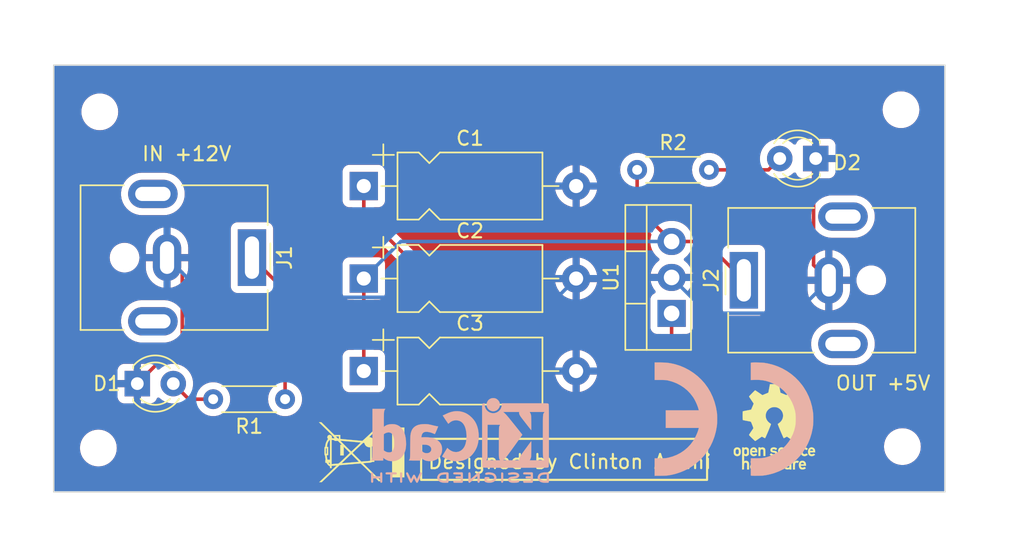
<source format=kicad_pcb>
(kicad_pcb (version 20221018) (generator pcbnew)
  (layers (0 "F.Cu" signal) (31 "B.Cu" signal) (36 "B.SilkS" user "B.Silkscreen") (37 "F.SilkS" user "F.Silkscreen") (38 "B.Mask" user) (39 "F.Mask" user) (44 "Edge.Cuts" user))
  (net 0 "")
  (net 1 "+12V")
  (net 2 "GND")
  (net 3 "/OUT")
  (net 4 "Net-(D1-A)")
  (net 5 "Net-(D2-A)")
  (footprint "MountingHole:MountingHole_2.1mm" (layer "F.Cu") (at 172.05 118.05 -90)
    (fp_text reference "REF**" hide)
    (fp_text value "MountingHole_2.1mm")
    (pad "" np_thru_hole circle (at 0 0 270) (size 2.1 2.1) (drill 2.1) (layers "*.Cu" "*.Mask"))
  )
  (footprint "Resistor_THT:R_Axial_DIN0204_L3.6mm_D1.6mm_P5.08mm_Horizontal" (layer "F.Cu") (at 210.11 98.4)
    (fp_text reference "R2" (at 2.54 -1.92) (layer "F.SilkS"))
    (fp_text value "1k")
    (pad "1" thru_hole circle (at 0 0) (size 1.4 1.4) (drill 0.7) (layers "*.Cu" "*.Mask") (net 3 "/OUT"))
    (pad "2" thru_hole oval (at 5.08 0) (size 1.4 1.4) (drill 0.7) (layers "*.Cu" "*.Mask") (net 5 "Net-(D2-A)"))
  )
  (footprint "Connector_BarrelJack:BarrelJack_CUI_PJ-063AH_Horizontal" (layer "F.Cu") (at 182.9 104.6 -90)
    (fp_text reference "J1" (at 0 -2.3 90) (layer "F.SilkS"))
    (fp_text value "12V 1A ")
    (pad "" np_thru_hole circle (at 0 9 270) (size 1.6 1.6) (drill 1.6) (layers "*.Cu" "*.Mask"))
    (pad "1" thru_hole rect (at 0 0 270) (size 4 2) (drill oval 3 1) (layers "*.Cu" "*.Mask") (net 1 "+12V"))
    (pad "2" thru_hole oval (at 0 6 270) (size 3.3 2) (drill oval 2.3 1) (layers "*.Cu" "*.Mask") (net 2 "GND"))
    (pad "MP" thru_hole oval (at -4.5 7 270) (size 2 3.5) (drill oval 1 2.5) (layers "*.Cu" "*.Mask"))
    (pad "MP" thru_hole oval (at 4.5 7 270) (size 2 3.5) (drill oval 1 2.5) (layers "*.Cu" "*.Mask"))
  )
  (footprint "LED_THT:LED_D3.0mm" (layer "F.Cu") (at 222.725 97.6 180)
    (fp_text reference "D2" (at -2.225 -0.3) (layer "F.SilkS"))
    (fp_text value "RED")
    (pad "1" thru_hole rect (at 0 0 180) (size 1.8 1.8) (drill 0.9) (layers "*.Cu" "*.Mask") (net 2 "GND"))
    (pad "2" thru_hole circle (at 2.54 0 180) (size 1.8 1.8) (drill 0.9) (layers "*.Cu" "*.Mask") (net 5 "Net-(D2-A)"))
  )
  (footprint "Symbol:OSHW-Logo_5.7x6mm_SilkScreen" (layer "F.Cu") (at 219.8 116.55)
    (fp_text reference "REF**" hide)
    (fp_text value "OSHW-Logo_5.7x6mm_SilkScreen" hide)
  )
  (footprint "Capacitor_THT:CP_Axial_L10.0mm_D4.5mm_P15.00mm_Horizontal" (layer "F.Cu") (at 190.8 106.0775)
    (fp_text reference "C2" (at 7.5 -3.37) (layer "F.SilkS"))
    (fp_text value "0.1u")
    (pad "1" thru_hole rect (at 0 0) (size 2 2) (drill 1) (layers "*.Cu" "*.Mask") (net 3 "/OUT"))
    (pad "2" thru_hole oval (at 15 0) (size 2 2) (drill 1) (layers "*.Cu" "*.Mask") (net 2 "GND"))
  )
  (footprint "MountingHole:MountingHole_2.1mm" (layer "F.Cu") (at 228.75 94.15 90)
    (fp_text reference "REF**" hide)
    (fp_text value "MountingHole_2.1mm")
    (pad "" np_thru_hole circle (at 0 0 90) (size 2.1 2.1) (drill 2.1) (layers "*.Cu" "*.Mask"))
  )
  (footprint "Package_TO_SOT_THT:TO-220-3_Vertical" (layer "F.Cu") (at 212.545 108.54 90)
    (fp_text reference "U1" (at 2.54 -4.27 90) (layer "F.SilkS"))
    (fp_text value "LM7805_TO220")
    (pad "1" thru_hole rect (at 0 0 90) (size 1.905 2) (drill 1.1) (layers "*.Cu" "*.Mask") (net 1 "+12V"))
    (pad "2" thru_hole oval (at 2.54 0 90) (size 1.905 2) (drill 1.1) (layers "*.Cu" "*.Mask") (net 2 "GND"))
    (pad "3" thru_hole oval (at 5.08 0 90) (size 1.905 2) (drill 1.1) (layers "*.Cu" "*.Mask") (net 3 "/OUT"))
  )
  (footprint "Resistor_THT:R_Axial_DIN0204_L3.6mm_D1.6mm_P5.08mm_Horizontal" (layer "F.Cu") (at 185.24 114.6 180)
    (fp_text reference "R1" (at 2.54 -1.92) (layer "F.SilkS"))
    (fp_text value "1k")
    (pad "1" thru_hole circle (at 0 0 180) (size 1.4 1.4) (drill 0.7) (layers "*.Cu" "*.Mask") (net 1 "+12V"))
    (pad "2" thru_hole oval (at 5.08 0 180) (size 1.4 1.4) (drill 0.7) (layers "*.Cu" "*.Mask") (net 4 "Net-(D1-A)"))
  )
  (footprint "Capacitor_THT:CP_Axial_L10.0mm_D4.5mm_P15.00mm_Horizontal" (layer "F.Cu") (at 190.8 112.6125)
    (fp_text reference "C3" (at 7.5 -3.37) (layer "F.SilkS"))
    (fp_text value "10u 16v")
    (pad "1" thru_hole rect (at 0 0) (size 2 2) (drill 1) (layers "*.Cu" "*.Mask") (net 3 "/OUT"))
    (pad "2" thru_hole oval (at 15 0) (size 2 2) (drill 1) (layers "*.Cu" "*.Mask") (net 2 "GND"))
  )
  (footprint "Capacitor_THT:CP_Axial_L10.0mm_D4.5mm_P15.00mm_Horizontal" (layer "F.Cu") (at 190.8 99.5425)
    (fp_text reference "C1" (at 7.5 -3.37) (layer "F.SilkS"))
    (fp_text value "4.7u 16v")
    (pad "1" thru_hole rect (at 0 0) (size 2 2) (drill 1) (layers "*.Cu" "*.Mask") (net 1 "+12V"))
    (pad "2" thru_hole oval (at 15 0) (size 2 2) (drill 1) (layers "*.Cu" "*.Mask") (net 2 "GND"))
  )
  (footprint "LED_THT:LED_D3.0mm" (layer "F.Cu") (at 174.8 113.5)
    (fp_text reference "D1" (at -2.15 0) (layer "F.SilkS"))
    (fp_text value "GREEN")
    (pad "1" thru_hole rect (at 0 0) (size 1.8 1.8) (drill 0.9) (layers "*.Cu" "*.Mask") (net 2 "GND"))
    (pad "2" thru_hole circle (at 2.54 0) (size 1.8 1.8) (drill 0.9) (layers "*.Cu" "*.Mask") (net 4 "Net-(D1-A)"))
  )
  (footprint "MountingHole:MountingHole_2.1mm" (layer "F.Cu") (at 228.85 117.95 90)
    (fp_text reference "REF**" hide)
    (fp_text value "MountingHole_2.1mm")
    (pad "" np_thru_hole circle (at 0 0 90) (size 2.1 2.1) (drill 2.1) (layers "*.Cu" "*.Mask"))
  )
  (footprint "Connector_BarrelJack:BarrelJack_CUI_PJ-063AH_Horizontal" (layer "F.Cu") (at 217.65 106.2 90)
    (fp_text reference "J2" (at 0 -2.3 90) (layer "F.SilkS"))
    (fp_text value "5V 1A")
    (pad "" np_thru_hole circle (at 0 9 90) (size 1.6 1.6) (drill 1.6) (layers "*.Cu" "*.Mask"))
    (pad "1" thru_hole rect (at 0 0 90) (size 4 2) (drill oval 3 1) (layers "*.Cu" "*.Mask") (net 3 "/OUT"))
    (pad "2" thru_hole oval (at 0 6 90) (size 3.3 2) (drill oval 2.3 1) (layers "*.Cu" "*.Mask") (net 2 "GND"))
    (pad "MP" thru_hole oval (at -4.5 7 90) (size 2 3.5) (drill oval 1 2.5) (layers "*.Cu" "*.Mask"))
    (pad "MP" thru_hole oval (at 4.5 7 90) (size 2 3.5) (drill oval 1 2.5) (layers "*.Cu" "*.Mask"))
  )
  (footprint "Symbol:WEEE-Logo_4.2x6mm_SilkScreen" (layer "F.Cu") (at 190.65 118.35 90)
    (fp_text reference "REF**" hide)
    (fp_text value "WEEE-Logo_4.2x6mm_SilkScreen" hide)
  )
  (footprint "MountingHole:MountingHole_2.1mm" (layer "F.Cu") (at 172.15 94.3 -90)
    (fp_text reference "REF**" hide)
    (fp_text value "MountingHole_2.1mm")
    (pad "" np_thru_hole circle (at 0 0 270) (size 2.1 2.1) (drill 2.1) (layers "*.Cu" "*.Mask"))
  )
  (footprint "Symbol:KiCad-Logo2_5mm_SilkScreen" (layer "B.Cu") (at 197.6 117.5 180)
    (fp_text reference "REF**" hide)
    (fp_text value "KiCad-Logo2_5mm_SilkScreen" hide)
  )
  (footprint "Symbol:CE-Logo_11.2x8mm_SilkScreen" (layer "B.Cu") (at 216.95 116 180)
    (fp_text reference "REF**" hide)
    (fp_text value "CE-Logo_11.2x8mm_SilkScreen" hide)
  )
  (gr_rect (start 194.85 117.4) (end 215.05 120.3) (stroke (width 0.15)) (fill none) (layer "F.SilkS"))
  (gr_rect (start 168.9 91) (end 231.85 121.15) (stroke (width 0.1)) (fill none) (layer "Edge.Cuts"))
  (gr_text "OUT +5V" (at 224.05 114.05) (layer "F.SilkS") (effects (font (size 1 1)) (justify left bottom)))
  (gr_text "IN +12V" (at 175.05 97.85) (layer "F.SilkS") (effects (font (size 1 1)) (justify left bottom)))
  (gr_text "Designed by Clinton Anani" (at 195.25 119.6) (layer "F.SilkS") (effects (font (size 1 1)) (justify left bottom)))
  (segment (start 212.545 108.54) (end 212.545 110.705) (width 0.25) (layer "F.Cu") (net 1))
  (segment (start 185.24 106.94) (end 190.8 101.38) (width 0.25) (layer "F.Cu") (net 1))
  (segment (start 185.24 106.94) (end 182.9 104.6) (width 0.25) (layer "F.Cu") (net 1))
  (segment (start 207.95 115.3) (end 204.6 115.3) (width 0.25) (layer "F.Cu") (net 1))
  (segment (start 204.6 115.3) (end 190.8 101.5) (width 0.25) (layer "F.Cu") (net 1))
  (segment (start 190.8 101.38) (end 190.8 99.5425) (width 0.25) (layer "F.Cu") (net 1))
  (segment (start 185.24 114.6) (end 185.24 106.94) (width 0.25) (layer "F.Cu") (net 1))
  (segment (start 190.8 101.5) (end 190.8 99.5425) (width 0.25) (layer "F.Cu") (net 1))
  (segment (start 212.545 110.705) (end 207.95 115.3) (width 0.25) (layer "F.Cu") (net 1))
  (segment (start 177.975 105.675) (end 177.975 110.325) (width 0.25) (layer "F.Cu") (net 2))
  (segment (start 176.9 104.6) (end 177.975 105.675) (width 0.25) (layer "F.Cu") (net 2))
  (segment (start 177.975 110.325) (end 174.8 113.5) (width 0.25) (layer "F.Cu") (net 2))
  (segment (start 205.8 106.0775) (end 205.8 112.6125) (width 0.25) (layer "F.Cu") (net 2))
  (segment (start 222.725 97.6) (end 222.575 97.75) (width 0.25) (layer "F.Cu") (net 2))
  (segment (start 205.8 99.5425) (end 205.8 106.0775) (width 0.25) (layer "F.Cu") (net 2))
  (segment (start 222.575 105.125) (end 223.65 106.2) (width 0.25) (layer "F.Cu") (net 2))
  (segment (start 222.575 97.75) (end 222.575 105.125) (width 0.25) (layer "F.Cu") (net 2))
  (segment (start 179.7025 107.4025) (end 204.475 107.4025) (width 0.25) (layer "B.Cu") (net 2))
  (segment (start 221.325 108.525) (end 223.65 106.2) (width 0.25) (layer "B.Cu") (net 2))
  (segment (start 215.07 108.525) (end 221.325 108.525) (width 0.25) (layer "B.Cu") (net 2))
  (segment (start 176.9 104.6) (end 179.7025 107.4025) (width 0.25) (layer "B.Cu") (net 2))
  (segment (start 205.8 106.0775) (end 212.4675 106.0775) (width 0.25) (layer "B.Cu") (net 2))
  (segment (start 212.4675 106.0775) (end 212.545 106) (width 0.25) (layer "B.Cu") (net 2))
  (segment (start 212.545 106) (end 215.07 108.525) (width 0.25) (layer "B.Cu") (net 2))
  (segment (start 204.475 107.4025) (end 205.8 106.0775) (width 0.25) (layer "B.Cu") (net 2))
  (segment (start 190.8 106.0775) (end 190.8 112.6125) (width 0.25) (layer "F.Cu") (net 3))
  (segment (start 210.11 101.025) (end 212.545 103.46) (width 0.25) (layer "F.Cu") (net 3))
  (segment (start 210.11 98.4) (end 210.11 101.025) (width 0.25) (layer "F.Cu") (net 3))
  (segment (start 212.545 103.46) (end 214.91 103.46) (width 0.25) (layer "F.Cu") (net 3))
  (segment (start 214.91 103.46) (end 217.65 106.2) (width 0.25) (layer "F.Cu") (net 3))
  (segment (start 193.4175 103.46) (end 190.8 106.0775) (width 0.25) (layer "B.Cu") (net 3))
  (segment (start 212.545 103.46) (end 193.4175 103.46) (width 0.25) (layer "B.Cu") (net 3))
  (segment (start 180.16 114.6) (end 178.44 114.6) (width 0.25) (layer "F.Cu") (net 4))
  (segment (start 178.44 114.6) (end 177.34 113.5) (width 0.25) (layer "F.Cu") (net 4))
  (segment (start 219.385 98.4) (end 220.185 97.6) (width 0.25) (layer "F.Cu") (net 5))
  (segment (start 215.19 98.4) (end 219.385 98.4) (width 0.25) (layer "F.Cu") (net 5))
  (zone (net 2) (net_name "GND") (layers "F&B.Cu") (connect_pads (clearance 0.5)) (min_thickness 0.25) (fill yes (thermal_gap 0.5) (thermal_bridge_width 0.5))
    (polygon (pts (xy 165.6 98.35) (xy 165.15 87.75) (xy 237.45 86.4) (xy 236.3 123.75) (xy 165.1 124.4) (xy 165.65 98.3)))
  )
)
</source>
